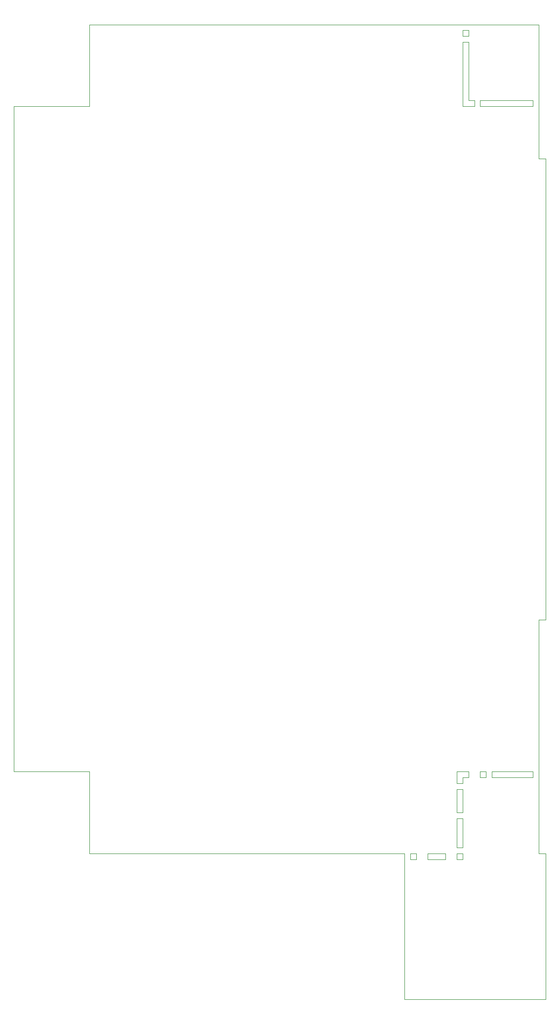
<source format=gm1>
%TF.GenerationSoftware,KiCad,Pcbnew,(5.1.6-0-10_14)*%
%TF.CreationDate,2020-09-13T15:42:20+09:00*%
%TF.ProjectId,ossc_board,6f737363-5f62-46f6-9172-642e6b696361,rev?*%
%TF.SameCoordinates,Original*%
%TF.FileFunction,Profile,NP*%
%FSLAX46Y46*%
G04 Gerber Fmt 4.6, Leading zero omitted, Abs format (unit mm)*
G04 Created by KiCad (PCBNEW (5.1.6-0-10_14)) date 2020-09-13 15:42:20*
%MOMM*%
%LPD*%
G01*
G04 APERTURE LIST*
%TA.AperFunction,Profile*%
%ADD10C,0.100000*%
%TD*%
G04 APERTURE END LIST*
D10*
X129900000Y-55000000D02*
X128700000Y-55000000D01*
X128700000Y-134000000D02*
X129900000Y-134000000D01*
X129900000Y-174000000D02*
X128700000Y-174000000D01*
X129900000Y-199000000D02*
X129900000Y-174000000D01*
X128700000Y-134000000D02*
X128700000Y-174000000D01*
X129900000Y-55000000D02*
X129900000Y-134000000D01*
X109700000Y-174000000D02*
X109700000Y-175000000D01*
X112700000Y-175000000D02*
X109700000Y-175000000D01*
X112700000Y-174000000D02*
X112700000Y-175000000D01*
X112700000Y-174000000D02*
X109700000Y-174000000D01*
X107700000Y-175000000D02*
X106700000Y-175000000D01*
X107700000Y-174000000D02*
X107700000Y-175000000D01*
X107700000Y-174000000D02*
X106700000Y-174000000D01*
X106700000Y-174000000D02*
X106700000Y-175000000D01*
X115700000Y-175000000D02*
X114700000Y-175000000D01*
X114700000Y-174000000D02*
X114700000Y-175000000D01*
X115700000Y-174000000D02*
X114700000Y-174000000D01*
X115700000Y-174000000D02*
X115700000Y-175000000D01*
X105700000Y-174000000D02*
X105700000Y-199000000D01*
X129900000Y-199000000D02*
X105700000Y-199000000D01*
X118700000Y-45000000D02*
X127700000Y-45000000D01*
X127700000Y-46000000D02*
X118700000Y-46000000D01*
X127700000Y-45000000D02*
X127700000Y-46000000D01*
X118700000Y-45000000D02*
X118700000Y-46000000D01*
X117700000Y-45000000D02*
X117700000Y-46000000D01*
X116700000Y-45000000D02*
X117700000Y-45000000D01*
X116700000Y-35000000D02*
X116700000Y-45000000D01*
X115700000Y-35000000D02*
X115700000Y-46000000D01*
X115700000Y-35000000D02*
X116700000Y-35000000D01*
X115700000Y-34000000D02*
X116700000Y-34000000D01*
X115700000Y-33000000D02*
X116700000Y-33000000D01*
X116700000Y-33000000D02*
X116700000Y-34000000D01*
X115700000Y-163000000D02*
X115700000Y-167000000D01*
X114700000Y-163000000D02*
X114700000Y-167000000D01*
X114700000Y-167000000D02*
X115700000Y-167000000D01*
X115700000Y-168000000D02*
X115700000Y-173000000D01*
X114700000Y-168000000D02*
X114700000Y-173000000D01*
X114700000Y-168000000D02*
X115700000Y-168000000D01*
X115700000Y-161000000D02*
X115700000Y-162000000D01*
X114700000Y-160000000D02*
X114700000Y-162000000D01*
X114700000Y-163000000D02*
X115700000Y-163000000D01*
X114700000Y-162000000D02*
X115700000Y-162000000D01*
X127700000Y-160000000D02*
X120700000Y-160000000D01*
X120700000Y-161000000D02*
X127700000Y-161000000D01*
X120700000Y-160000000D02*
X120700000Y-161000000D01*
X118700000Y-160000000D02*
X119700000Y-160000000D01*
X118700000Y-161000000D02*
X119700000Y-161000000D01*
X119700000Y-160000000D02*
X119700000Y-161000000D01*
X118700000Y-160000000D02*
X118700000Y-161000000D01*
X116700000Y-160000000D02*
X116700000Y-161000000D01*
X114700000Y-173000000D02*
X115700000Y-173000000D01*
X127700000Y-160000000D02*
X127700000Y-161000000D01*
X116700000Y-161000000D02*
X115700000Y-161000000D01*
X51700000Y-46000000D02*
X51700000Y-32000000D01*
X115700000Y-33000000D02*
X115700000Y-34000000D01*
X115700000Y-46000000D02*
X117700000Y-46000000D01*
X51700000Y-32000000D02*
X128700000Y-32000000D01*
X51700000Y-174000000D02*
X51700000Y-160000000D01*
X116700000Y-160000000D02*
X114700000Y-160000000D01*
X51700000Y-174000000D02*
X105700000Y-174000000D01*
X38700000Y-46000000D02*
X38700000Y-160000000D01*
X51700000Y-160000000D02*
X38700000Y-160000000D01*
X128700000Y-32000000D02*
X128700000Y-55000000D01*
X38700000Y-46000000D02*
X51700000Y-46000000D01*
M02*

</source>
